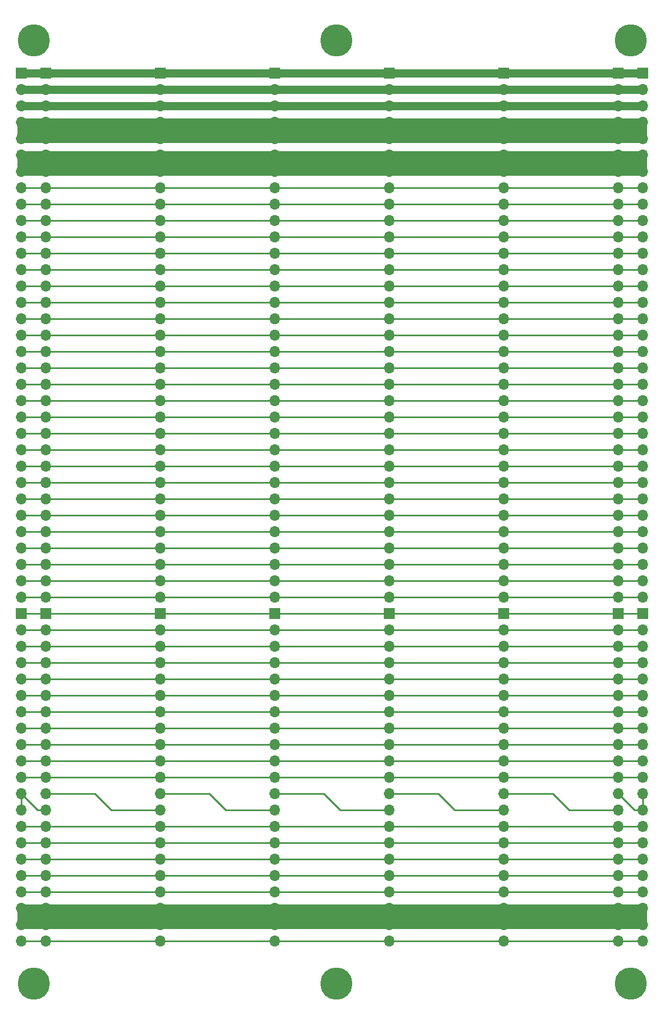
<source format=gbr>
%TF.GenerationSoftware,KiCad,Pcbnew,6.0.2+dfsg-1*%
%TF.CreationDate,2024-07-15T20:38:21+02:00*%
%TF.ProjectId,BUS_Rebuild,4255535f-5265-4627-9569-6c642e6b6963,rev?*%
%TF.SameCoordinates,Original*%
%TF.FileFunction,Copper,L2,Bot*%
%TF.FilePolarity,Positive*%
%FSLAX46Y46*%
G04 Gerber Fmt 4.6, Leading zero omitted, Abs format (unit mm)*
G04 Created by KiCad (PCBNEW 6.0.2+dfsg-1) date 2024-07-15 20:38:21*
%MOMM*%
%LPD*%
G01*
G04 APERTURE LIST*
%TA.AperFunction,ComponentPad*%
%ADD10C,5.000000*%
%TD*%
%TA.AperFunction,ComponentPad*%
%ADD11R,1.700000X1.700000*%
%TD*%
%TA.AperFunction,ComponentPad*%
%ADD12O,1.700000X1.700000*%
%TD*%
%TA.AperFunction,Conductor*%
%ADD13C,0.250000*%
%TD*%
G04 APERTURE END LIST*
D10*
%TO.P,REF\u002A\u002A,6*%
%TO.N,N/C*%
X29845000Y-174220000D03*
%TD*%
%TO.P,REF\u002A\u002A,5*%
%TO.N,N/C*%
X76835000Y-174220000D03*
%TD*%
%TO.P,REF\u002A\u002A,4*%
%TO.N,N/C*%
X122555000Y-174220000D03*
%TD*%
%TO.P,REF\u002A\u002A,3*%
%TO.N,N/C*%
X29845000Y-27940000D03*
%TD*%
%TO.P,REF\u002A\u002A,2*%
%TO.N,N/C*%
X76835000Y-27940000D03*
%TD*%
%TO.P,REF\u002A\u002A,1*%
%TO.N,N/C*%
X122555000Y-27940000D03*
%TD*%
D11*
%TO.P,J4_A1,1,Pin_1*%
%TO.N,-5V*%
X67310000Y-33020000D03*
D12*
%TO.P,J4_A1,2,Pin_2*%
%TO.N,+12V*%
X67310000Y-35560000D03*
%TO.P,J4_A1,3,Pin_3*%
%TO.N,-12V*%
X67310000Y-38100000D03*
%TO.P,J4_A1,4,Pin_4*%
%TO.N,+5V*%
X67310000Y-40640000D03*
%TO.P,J4_A1,5,Pin_5*%
X67310000Y-43180000D03*
%TO.P,J4_A1,6,Pin_6*%
%TO.N,GND*%
X67310000Y-45720000D03*
%TO.P,J4_A1,7,Pin_7*%
X67310000Y-48260000D03*
%TO.P,J4_A1,8,Pin_8*%
%TO.N,/D0*%
X67310000Y-50800000D03*
%TO.P,J4_A1,9,Pin_9*%
%TO.N,/D1*%
X67310000Y-53340000D03*
%TO.P,J4_A1,10,Pin_10*%
%TO.N,/D2*%
X67310000Y-55880000D03*
%TO.P,J4_A1,11,Pin_11*%
%TO.N,/D3*%
X67310000Y-58420000D03*
%TO.P,J4_A1,12,Pin_12*%
%TO.N,/D4*%
X67310000Y-60960000D03*
%TO.P,J4_A1,13,Pin_13*%
%TO.N,/D5*%
X67310000Y-63500000D03*
%TO.P,J4_A1,14,Pin_14*%
%TO.N,/D6*%
X67310000Y-66040000D03*
%TO.P,J4_A1,15,Pin_15*%
%TO.N,/D7*%
X67310000Y-68580000D03*
%TO.P,J4_A1,16,Pin_16*%
%TO.N,/~{RD}*%
X67310000Y-71120000D03*
%TO.P,J4_A1,17,Pin_17*%
%TO.N,/~{WR}*%
X67310000Y-73660000D03*
%TO.P,J4_A1,18,Pin_18*%
%TO.N,/~{IORQ}*%
X67310000Y-76200000D03*
%TO.P,J4_A1,19,Pin_19*%
%TO.N,/~{MREQ}*%
X67310000Y-78740000D03*
%TO.P,J4_A1,20,Pin_20*%
%TO.N,/A0*%
X67310000Y-81280000D03*
%TO.P,J4_A1,21,Pin_21*%
%TO.N,/A1*%
X67310000Y-83820000D03*
%TO.P,J4_A1,22,Pin_22*%
%TO.N,/A2*%
X67310000Y-86360000D03*
%TO.P,J4_A1,23,Pin_23*%
%TO.N,/A3*%
X67310000Y-88900000D03*
%TO.P,J4_A1,24,Pin_24*%
%TO.N,/A4*%
X67310000Y-91440000D03*
%TO.P,J4_A1,25,Pin_25*%
%TO.N,/A5*%
X67310000Y-93980000D03*
%TO.P,J4_A1,26,Pin_26*%
%TO.N,/A6*%
X67310000Y-96520000D03*
%TO.P,J4_A1,27,Pin_27*%
%TO.N,/A7*%
X67310000Y-99060000D03*
%TO.P,J4_A1,28,Pin_28*%
%TO.N,/~{RESET}*%
X67310000Y-101600000D03*
%TO.P,J4_A1,29,Pin_29*%
%TO.N,/~{M1}*%
X67310000Y-104140000D03*
%TO.P,J4_A1,30,Pin_30*%
%TO.N,/~{PHI}*%
X67310000Y-106680000D03*
%TO.P,J4_A1,31,Pin_31*%
%TO.N,/~{RFSH}*%
X67310000Y-109220000D03*
%TO.P,J4_A1,32,Pin_32*%
%TO.N,/~{INT}*%
X67310000Y-111760000D03*
%TO.P,J4_A1,33,Pin_33*%
%TO.N,/~{WAIT}*%
X67310000Y-114300000D03*
%TD*%
D11*
%TO.P,J8_A1,1,Pin_1*%
%TO.N,-5V*%
X124460000Y-33020000D03*
D12*
%TO.P,J8_A1,2,Pin_2*%
%TO.N,+12V*%
X124460000Y-35560000D03*
%TO.P,J8_A1,3,Pin_3*%
%TO.N,-12V*%
X124460000Y-38100000D03*
%TO.P,J8_A1,4,Pin_4*%
%TO.N,+5V*%
X124460000Y-40640000D03*
%TO.P,J8_A1,5,Pin_5*%
X124460000Y-43180000D03*
%TO.P,J8_A1,6,Pin_6*%
%TO.N,GND*%
X124460000Y-45720000D03*
%TO.P,J8_A1,7,Pin_7*%
X124460000Y-48260000D03*
%TO.P,J8_A1,8,Pin_8*%
%TO.N,/D0*%
X124460000Y-50800000D03*
%TO.P,J8_A1,9,Pin_9*%
%TO.N,/D1*%
X124460000Y-53340000D03*
%TO.P,J8_A1,10,Pin_10*%
%TO.N,/D2*%
X124460000Y-55880000D03*
%TO.P,J8_A1,11,Pin_11*%
%TO.N,/D3*%
X124460000Y-58420000D03*
%TO.P,J8_A1,12,Pin_12*%
%TO.N,/D4*%
X124460000Y-60960000D03*
%TO.P,J8_A1,13,Pin_13*%
%TO.N,/D5*%
X124460000Y-63500000D03*
%TO.P,J8_A1,14,Pin_14*%
%TO.N,/D6*%
X124460000Y-66040000D03*
%TO.P,J8_A1,15,Pin_15*%
%TO.N,/D7*%
X124460000Y-68580000D03*
%TO.P,J8_A1,16,Pin_16*%
%TO.N,/~{RD}*%
X124460000Y-71120000D03*
%TO.P,J8_A1,17,Pin_17*%
%TO.N,/~{WR}*%
X124460000Y-73660000D03*
%TO.P,J8_A1,18,Pin_18*%
%TO.N,/~{IORQ}*%
X124460000Y-76200000D03*
%TO.P,J8_A1,19,Pin_19*%
%TO.N,/~{MREQ}*%
X124460000Y-78740000D03*
%TO.P,J8_A1,20,Pin_20*%
%TO.N,/A0*%
X124460000Y-81280000D03*
%TO.P,J8_A1,21,Pin_21*%
%TO.N,/A1*%
X124460000Y-83820000D03*
%TO.P,J8_A1,22,Pin_22*%
%TO.N,/A2*%
X124460000Y-86360000D03*
%TO.P,J8_A1,23,Pin_23*%
%TO.N,/A3*%
X124460000Y-88900000D03*
%TO.P,J8_A1,24,Pin_24*%
%TO.N,/A4*%
X124460000Y-91440000D03*
%TO.P,J8_A1,25,Pin_25*%
%TO.N,/A5*%
X124460000Y-93980000D03*
%TO.P,J8_A1,26,Pin_26*%
%TO.N,/A6*%
X124460000Y-96520000D03*
%TO.P,J8_A1,27,Pin_27*%
%TO.N,/A7*%
X124460000Y-99060000D03*
%TO.P,J8_A1,28,Pin_28*%
%TO.N,/~{RESET}*%
X124460000Y-101600000D03*
%TO.P,J8_A1,29,Pin_29*%
%TO.N,/~{M1}*%
X124460000Y-104140000D03*
%TO.P,J8_A1,30,Pin_30*%
%TO.N,/~{PHI}*%
X124460000Y-106680000D03*
%TO.P,J8_A1,31,Pin_31*%
%TO.N,/~{RFSH}*%
X124460000Y-109220000D03*
%TO.P,J8_A1,32,Pin_32*%
%TO.N,/~{INT}*%
X124460000Y-111760000D03*
%TO.P,J8_A1,33,Pin_33*%
%TO.N,/~{WAIT}*%
X124460000Y-114300000D03*
%TD*%
D11*
%TO.P,J2_A1,1,Pin_1*%
%TO.N,-5V*%
X31750000Y-33020000D03*
D12*
%TO.P,J2_A1,2,Pin_2*%
%TO.N,+12V*%
X31750000Y-35560000D03*
%TO.P,J2_A1,3,Pin_3*%
%TO.N,-12V*%
X31750000Y-38100000D03*
%TO.P,J2_A1,4,Pin_4*%
%TO.N,+5V*%
X31750000Y-40640000D03*
%TO.P,J2_A1,5,Pin_5*%
X31750000Y-43180000D03*
%TO.P,J2_A1,6,Pin_6*%
%TO.N,GND*%
X31750000Y-45720000D03*
%TO.P,J2_A1,7,Pin_7*%
X31750000Y-48260000D03*
%TO.P,J2_A1,8,Pin_8*%
%TO.N,/D0*%
X31750000Y-50800000D03*
%TO.P,J2_A1,9,Pin_9*%
%TO.N,/D1*%
X31750000Y-53340000D03*
%TO.P,J2_A1,10,Pin_10*%
%TO.N,/D2*%
X31750000Y-55880000D03*
%TO.P,J2_A1,11,Pin_11*%
%TO.N,/D3*%
X31750000Y-58420000D03*
%TO.P,J2_A1,12,Pin_12*%
%TO.N,/D4*%
X31750000Y-60960000D03*
%TO.P,J2_A1,13,Pin_13*%
%TO.N,/D5*%
X31750000Y-63500000D03*
%TO.P,J2_A1,14,Pin_14*%
%TO.N,/D6*%
X31750000Y-66040000D03*
%TO.P,J2_A1,15,Pin_15*%
%TO.N,/D7*%
X31750000Y-68580000D03*
%TO.P,J2_A1,16,Pin_16*%
%TO.N,/~{RD}*%
X31750000Y-71120000D03*
%TO.P,J2_A1,17,Pin_17*%
%TO.N,/~{WR}*%
X31750000Y-73660000D03*
%TO.P,J2_A1,18,Pin_18*%
%TO.N,/~{IORQ}*%
X31750000Y-76200000D03*
%TO.P,J2_A1,19,Pin_19*%
%TO.N,/~{MREQ}*%
X31750000Y-78740000D03*
%TO.P,J2_A1,20,Pin_20*%
%TO.N,/A0*%
X31750000Y-81280000D03*
%TO.P,J2_A1,21,Pin_21*%
%TO.N,/A1*%
X31750000Y-83820000D03*
%TO.P,J2_A1,22,Pin_22*%
%TO.N,/A2*%
X31750000Y-86360000D03*
%TO.P,J2_A1,23,Pin_23*%
%TO.N,/A3*%
X31750000Y-88900000D03*
%TO.P,J2_A1,24,Pin_24*%
%TO.N,/A4*%
X31750000Y-91440000D03*
%TO.P,J2_A1,25,Pin_25*%
%TO.N,/A5*%
X31750000Y-93980000D03*
%TO.P,J2_A1,26,Pin_26*%
%TO.N,/A6*%
X31750000Y-96520000D03*
%TO.P,J2_A1,27,Pin_27*%
%TO.N,/A7*%
X31750000Y-99060000D03*
%TO.P,J2_A1,28,Pin_28*%
%TO.N,/~{RESET}*%
X31750000Y-101600000D03*
%TO.P,J2_A1,29,Pin_29*%
%TO.N,/~{M1}*%
X31750000Y-104140000D03*
%TO.P,J2_A1,30,Pin_30*%
%TO.N,/~{PHI}*%
X31750000Y-106680000D03*
%TO.P,J2_A1,31,Pin_31*%
%TO.N,/~{RFSH}*%
X31750000Y-109220000D03*
%TO.P,J2_A1,32,Pin_32*%
%TO.N,/~{INT}*%
X31750000Y-111760000D03*
%TO.P,J2_A1,33,Pin_33*%
%TO.N,/~{WAIT}*%
X31750000Y-114300000D03*
%TD*%
D11*
%TO.P,J6_B1,1,Pin_1*%
%TO.N,/A8*%
X102870000Y-116840000D03*
D12*
%TO.P,J6_B1,2,Pin_2*%
%TO.N,/A9*%
X102870000Y-119380000D03*
%TO.P,J6_B1,3,Pin_3*%
%TO.N,/A10*%
X102870000Y-121920000D03*
%TO.P,J6_B1,4,Pin_4*%
%TO.N,/A11*%
X102870000Y-124460000D03*
%TO.P,J6_B1,5,Pin_5*%
%TO.N,/A12*%
X102870000Y-127000000D03*
%TO.P,J6_B1,6,Pin_6*%
%TO.N,/A13*%
X102870000Y-129540000D03*
%TO.P,J6_B1,7,Pin_7*%
%TO.N,/A14*%
X102870000Y-132080000D03*
%TO.P,J6_B1,8,Pin_8*%
%TO.N,/A15*%
X102870000Y-134620000D03*
%TO.P,J6_B1,9,Pin_9*%
%TO.N,/BANKEN*%
X102870000Y-137160000D03*
%TO.P,J6_B1,10,Pin_10*%
%TO.N,/~{BUSRQ}*%
X102870000Y-139700000D03*
%TO.P,J6_B1,11,Pin_11*%
%TO.N,/~{BUSAK}*%
X102870000Y-142240000D03*
%TO.P,J6_B1,12,Pin_12*%
%TO.N,/PI6*%
X102870000Y-144780000D03*
%TO.P,J6_B1,13,Pin_13*%
%TO.N,/PI5*%
X102870000Y-147320000D03*
%TO.P,J6_B1,14,Pin_14*%
%TO.N,/~{NMI}*%
X102870000Y-149860000D03*
%TO.P,J6_B1,15,Pin_15*%
%TO.N,/A16*%
X102870000Y-152400000D03*
%TO.P,J6_B1,16,Pin_16*%
%TO.N,/A17*%
X102870000Y-154940000D03*
%TO.P,J6_B1,17,Pin_17*%
%TO.N,/A18*%
X102870000Y-157480000D03*
%TO.P,J6_B1,18,Pin_18*%
%TO.N,/A19*%
X102870000Y-160020000D03*
%TO.P,J6_B1,19,Pin_19*%
%TO.N,GND*%
X102870000Y-162560000D03*
%TO.P,J6_B1,20,Pin_20*%
X102870000Y-165100000D03*
%TO.P,J6_B1,21,Pin_21*%
%TO.N,/RESERVE*%
X102870000Y-167640000D03*
%TD*%
D11*
%TO.P,J7_B1,1,Pin_1*%
%TO.N,/A8*%
X120650000Y-116840000D03*
D12*
%TO.P,J7_B1,2,Pin_2*%
%TO.N,/A9*%
X120650000Y-119380000D03*
%TO.P,J7_B1,3,Pin_3*%
%TO.N,/A10*%
X120650000Y-121920000D03*
%TO.P,J7_B1,4,Pin_4*%
%TO.N,/A11*%
X120650000Y-124460000D03*
%TO.P,J7_B1,5,Pin_5*%
%TO.N,/A12*%
X120650000Y-127000000D03*
%TO.P,J7_B1,6,Pin_6*%
%TO.N,/A13*%
X120650000Y-129540000D03*
%TO.P,J7_B1,7,Pin_7*%
%TO.N,/A14*%
X120650000Y-132080000D03*
%TO.P,J7_B1,8,Pin_8*%
%TO.N,/A15*%
X120650000Y-134620000D03*
%TO.P,J7_B1,9,Pin_9*%
%TO.N,/BANKEN*%
X120650000Y-137160000D03*
%TO.P,J7_B1,10,Pin_10*%
%TO.N,/~{BUSRQ}*%
X120650000Y-139700000D03*
%TO.P,J7_B1,11,Pin_11*%
%TO.N,/~{BUSAK}*%
X120650000Y-142240000D03*
%TO.P,J7_B1,12,Pin_12*%
%TO.N,/PI7*%
X120650000Y-144780000D03*
%TO.P,J7_B1,13,Pin_13*%
%TO.N,/PI6*%
X120650000Y-147320000D03*
%TO.P,J7_B1,14,Pin_14*%
%TO.N,/~{NMI}*%
X120650000Y-149860000D03*
%TO.P,J7_B1,15,Pin_15*%
%TO.N,/A16*%
X120650000Y-152400000D03*
%TO.P,J7_B1,16,Pin_16*%
%TO.N,/A17*%
X120650000Y-154940000D03*
%TO.P,J7_B1,17,Pin_17*%
%TO.N,/A18*%
X120650000Y-157480000D03*
%TO.P,J7_B1,18,Pin_18*%
%TO.N,/A19*%
X120650000Y-160020000D03*
%TO.P,J7_B1,19,Pin_19*%
%TO.N,GND*%
X120650000Y-162560000D03*
%TO.P,J7_B1,20,Pin_20*%
X120650000Y-165100000D03*
%TO.P,J7_B1,21,Pin_21*%
%TO.N,/RESERVE*%
X120650000Y-167640000D03*
%TD*%
D11*
%TO.P,J3_B1,1,Pin_1*%
%TO.N,/A8*%
X49530000Y-116840000D03*
D12*
%TO.P,J3_B1,2,Pin_2*%
%TO.N,/A9*%
X49530000Y-119380000D03*
%TO.P,J3_B1,3,Pin_3*%
%TO.N,/A10*%
X49530000Y-121920000D03*
%TO.P,J3_B1,4,Pin_4*%
%TO.N,/A11*%
X49530000Y-124460000D03*
%TO.P,J3_B1,5,Pin_5*%
%TO.N,/A12*%
X49530000Y-127000000D03*
%TO.P,J3_B1,6,Pin_6*%
%TO.N,/A13*%
X49530000Y-129540000D03*
%TO.P,J3_B1,7,Pin_7*%
%TO.N,/A14*%
X49530000Y-132080000D03*
%TO.P,J3_B1,8,Pin_8*%
%TO.N,/A15*%
X49530000Y-134620000D03*
%TO.P,J3_B1,9,Pin_9*%
%TO.N,/BANKEN*%
X49530000Y-137160000D03*
%TO.P,J3_B1,10,Pin_10*%
%TO.N,/~{BUSRQ}*%
X49530000Y-139700000D03*
%TO.P,J3_B1,11,Pin_11*%
%TO.N,/~{BUSAK}*%
X49530000Y-142240000D03*
%TO.P,J3_B1,12,Pin_12*%
%TO.N,/PI3*%
X49530000Y-144780000D03*
%TO.P,J3_B1,13,Pin_13*%
%TO.N,/PI2*%
X49530000Y-147320000D03*
%TO.P,J3_B1,14,Pin_14*%
%TO.N,/~{NMI}*%
X49530000Y-149860000D03*
%TO.P,J3_B1,15,Pin_15*%
%TO.N,/A16*%
X49530000Y-152400000D03*
%TO.P,J3_B1,16,Pin_16*%
%TO.N,/A17*%
X49530000Y-154940000D03*
%TO.P,J3_B1,17,Pin_17*%
%TO.N,/A18*%
X49530000Y-157480000D03*
%TO.P,J3_B1,18,Pin_18*%
%TO.N,/A19*%
X49530000Y-160020000D03*
%TO.P,J3_B1,19,Pin_19*%
%TO.N,GND*%
X49530000Y-162560000D03*
%TO.P,J3_B1,20,Pin_20*%
X49530000Y-165100000D03*
%TO.P,J3_B1,21,Pin_21*%
%TO.N,/RESERVE*%
X49530000Y-167640000D03*
%TD*%
D11*
%TO.P,J1_A1,1,Pin_1*%
%TO.N,-5V*%
X27940000Y-33020000D03*
D12*
%TO.P,J1_A1,2,Pin_2*%
%TO.N,+12V*%
X27940000Y-35560000D03*
%TO.P,J1_A1,3,Pin_3*%
%TO.N,-12V*%
X27940000Y-38100000D03*
%TO.P,J1_A1,4,Pin_4*%
%TO.N,+5V*%
X27940000Y-40640000D03*
%TO.P,J1_A1,5,Pin_5*%
X27940000Y-43180000D03*
%TO.P,J1_A1,6,Pin_6*%
%TO.N,GND*%
X27940000Y-45720000D03*
%TO.P,J1_A1,7,Pin_7*%
X27940000Y-48260000D03*
%TO.P,J1_A1,8,Pin_8*%
%TO.N,/D0*%
X27940000Y-50800000D03*
%TO.P,J1_A1,9,Pin_9*%
%TO.N,/D1*%
X27940000Y-53340000D03*
%TO.P,J1_A1,10,Pin_10*%
%TO.N,/D2*%
X27940000Y-55880000D03*
%TO.P,J1_A1,11,Pin_11*%
%TO.N,/D3*%
X27940000Y-58420000D03*
%TO.P,J1_A1,12,Pin_12*%
%TO.N,/D4*%
X27940000Y-60960000D03*
%TO.P,J1_A1,13,Pin_13*%
%TO.N,/D5*%
X27940000Y-63500000D03*
%TO.P,J1_A1,14,Pin_14*%
%TO.N,/D6*%
X27940000Y-66040000D03*
%TO.P,J1_A1,15,Pin_15*%
%TO.N,/D7*%
X27940000Y-68580000D03*
%TO.P,J1_A1,16,Pin_16*%
%TO.N,/~{RD}*%
X27940000Y-71120000D03*
%TO.P,J1_A1,17,Pin_17*%
%TO.N,/~{WR}*%
X27940000Y-73660000D03*
%TO.P,J1_A1,18,Pin_18*%
%TO.N,/~{IORQ}*%
X27940000Y-76200000D03*
%TO.P,J1_A1,19,Pin_19*%
%TO.N,/~{MREQ}*%
X27940000Y-78740000D03*
%TO.P,J1_A1,20,Pin_20*%
%TO.N,/A0*%
X27940000Y-81280000D03*
%TO.P,J1_A1,21,Pin_21*%
%TO.N,/A1*%
X27940000Y-83820000D03*
%TO.P,J1_A1,22,Pin_22*%
%TO.N,/A2*%
X27940000Y-86360000D03*
%TO.P,J1_A1,23,Pin_23*%
%TO.N,/A3*%
X27940000Y-88900000D03*
%TO.P,J1_A1,24,Pin_24*%
%TO.N,/A4*%
X27940000Y-91440000D03*
%TO.P,J1_A1,25,Pin_25*%
%TO.N,/A5*%
X27940000Y-93980000D03*
%TO.P,J1_A1,26,Pin_26*%
%TO.N,/A6*%
X27940000Y-96520000D03*
%TO.P,J1_A1,27,Pin_27*%
%TO.N,/A7*%
X27940000Y-99060000D03*
%TO.P,J1_A1,28,Pin_28*%
%TO.N,/~{RESET}*%
X27940000Y-101600000D03*
%TO.P,J1_A1,29,Pin_29*%
%TO.N,/~{M1}*%
X27940000Y-104140000D03*
%TO.P,J1_A1,30,Pin_30*%
%TO.N,/~{PHI}*%
X27940000Y-106680000D03*
%TO.P,J1_A1,31,Pin_31*%
%TO.N,/~{RFSH}*%
X27940000Y-109220000D03*
%TO.P,J1_A1,32,Pin_32*%
%TO.N,/~{INT}*%
X27940000Y-111760000D03*
%TO.P,J1_A1,33,Pin_33*%
%TO.N,/~{WAIT}*%
X27940000Y-114300000D03*
%TD*%
D11*
%TO.P,J1_B1,1,Pin_1*%
%TO.N,/A8*%
X27940000Y-116840000D03*
D12*
%TO.P,J1_B1,2,Pin_2*%
%TO.N,/A9*%
X27940000Y-119380000D03*
%TO.P,J1_B1,3,Pin_3*%
%TO.N,/A10*%
X27940000Y-121920000D03*
%TO.P,J1_B1,4,Pin_4*%
%TO.N,/A11*%
X27940000Y-124460000D03*
%TO.P,J1_B1,5,Pin_5*%
%TO.N,/A12*%
X27940000Y-127000000D03*
%TO.P,J1_B1,6,Pin_6*%
%TO.N,/A13*%
X27940000Y-129540000D03*
%TO.P,J1_B1,7,Pin_7*%
%TO.N,/A14*%
X27940000Y-132080000D03*
%TO.P,J1_B1,8,Pin_8*%
%TO.N,/A15*%
X27940000Y-134620000D03*
%TO.P,J1_B1,9,Pin_9*%
%TO.N,/BANKEN*%
X27940000Y-137160000D03*
%TO.P,J1_B1,10,Pin_10*%
%TO.N,/~{BUSRQ}*%
X27940000Y-139700000D03*
%TO.P,J1_B1,11,Pin_11*%
%TO.N,/~{BUSAK}*%
X27940000Y-142240000D03*
%TO.P,J1_B1,12,Pin_12*%
%TO.N,/PI1*%
X27940000Y-144780000D03*
%TO.P,J1_B1,13,Pin_13*%
X27940000Y-147320000D03*
%TO.P,J1_B1,14,Pin_14*%
%TO.N,/~{NMI}*%
X27940000Y-149860000D03*
%TO.P,J1_B1,15,Pin_15*%
%TO.N,/A16*%
X27940000Y-152400000D03*
%TO.P,J1_B1,16,Pin_16*%
%TO.N,/A17*%
X27940000Y-154940000D03*
%TO.P,J1_B1,17,Pin_17*%
%TO.N,/A18*%
X27940000Y-157480000D03*
%TO.P,J1_B1,18,Pin_18*%
%TO.N,/A19*%
X27940000Y-160020000D03*
%TO.P,J1_B1,19,Pin_19*%
%TO.N,GND*%
X27940000Y-162560000D03*
%TO.P,J1_B1,20,Pin_20*%
X27940000Y-165100000D03*
%TO.P,J1_B1,21,Pin_21*%
%TO.N,/RESERVE*%
X27940000Y-167640000D03*
%TD*%
D11*
%TO.P,J4_B1,1,Pin_1*%
%TO.N,/A8*%
X67310000Y-116840000D03*
D12*
%TO.P,J4_B1,2,Pin_2*%
%TO.N,/A9*%
X67310000Y-119380000D03*
%TO.P,J4_B1,3,Pin_3*%
%TO.N,/A10*%
X67310000Y-121920000D03*
%TO.P,J4_B1,4,Pin_4*%
%TO.N,/A11*%
X67310000Y-124460000D03*
%TO.P,J4_B1,5,Pin_5*%
%TO.N,/A12*%
X67310000Y-127000000D03*
%TO.P,J4_B1,6,Pin_6*%
%TO.N,/A13*%
X67310000Y-129540000D03*
%TO.P,J4_B1,7,Pin_7*%
%TO.N,/A14*%
X67310000Y-132080000D03*
%TO.P,J4_B1,8,Pin_8*%
%TO.N,/A15*%
X67310000Y-134620000D03*
%TO.P,J4_B1,9,Pin_9*%
%TO.N,/BANKEN*%
X67310000Y-137160000D03*
%TO.P,J4_B1,10,Pin_10*%
%TO.N,/~{BUSRQ}*%
X67310000Y-139700000D03*
%TO.P,J4_B1,11,Pin_11*%
%TO.N,/~{BUSAK}*%
X67310000Y-142240000D03*
%TO.P,J4_B1,12,Pin_12*%
%TO.N,/PI4*%
X67310000Y-144780000D03*
%TO.P,J4_B1,13,Pin_13*%
%TO.N,/PI3*%
X67310000Y-147320000D03*
%TO.P,J4_B1,14,Pin_14*%
%TO.N,/~{NMI}*%
X67310000Y-149860000D03*
%TO.P,J4_B1,15,Pin_15*%
%TO.N,/A16*%
X67310000Y-152400000D03*
%TO.P,J4_B1,16,Pin_16*%
%TO.N,/A17*%
X67310000Y-154940000D03*
%TO.P,J4_B1,17,Pin_17*%
%TO.N,/A18*%
X67310000Y-157480000D03*
%TO.P,J4_B1,18,Pin_18*%
%TO.N,/A19*%
X67310000Y-160020000D03*
%TO.P,J4_B1,19,Pin_19*%
%TO.N,GND*%
X67310000Y-162560000D03*
%TO.P,J4_B1,20,Pin_20*%
X67310000Y-165100000D03*
%TO.P,J4_B1,21,Pin_21*%
%TO.N,/RESERVE*%
X67310000Y-167640000D03*
%TD*%
D11*
%TO.P,J2_B1,1,Pin_1*%
%TO.N,/A8*%
X31750000Y-116840000D03*
D12*
%TO.P,J2_B1,2,Pin_2*%
%TO.N,/A9*%
X31750000Y-119380000D03*
%TO.P,J2_B1,3,Pin_3*%
%TO.N,/A10*%
X31750000Y-121920000D03*
%TO.P,J2_B1,4,Pin_4*%
%TO.N,/A11*%
X31750000Y-124460000D03*
%TO.P,J2_B1,5,Pin_5*%
%TO.N,/A12*%
X31750000Y-127000000D03*
%TO.P,J2_B1,6,Pin_6*%
%TO.N,/A13*%
X31750000Y-129540000D03*
%TO.P,J2_B1,7,Pin_7*%
%TO.N,/A14*%
X31750000Y-132080000D03*
%TO.P,J2_B1,8,Pin_8*%
%TO.N,/A15*%
X31750000Y-134620000D03*
%TO.P,J2_B1,9,Pin_9*%
%TO.N,/BANKEN*%
X31750000Y-137160000D03*
%TO.P,J2_B1,10,Pin_10*%
%TO.N,/~{BUSRQ}*%
X31750000Y-139700000D03*
%TO.P,J2_B1,11,Pin_11*%
%TO.N,/~{BUSAK}*%
X31750000Y-142240000D03*
%TO.P,J2_B1,12,Pin_12*%
%TO.N,/PI2*%
X31750000Y-144780000D03*
%TO.P,J2_B1,13,Pin_13*%
%TO.N,/PI1*%
X31750000Y-147320000D03*
%TO.P,J2_B1,14,Pin_14*%
%TO.N,/~{NMI}*%
X31750000Y-149860000D03*
%TO.P,J2_B1,15,Pin_15*%
%TO.N,/A16*%
X31750000Y-152400000D03*
%TO.P,J2_B1,16,Pin_16*%
%TO.N,/A17*%
X31750000Y-154940000D03*
%TO.P,J2_B1,17,Pin_17*%
%TO.N,/A18*%
X31750000Y-157480000D03*
%TO.P,J2_B1,18,Pin_18*%
%TO.N,/A19*%
X31750000Y-160020000D03*
%TO.P,J2_B1,19,Pin_19*%
%TO.N,GND*%
X31750000Y-162560000D03*
%TO.P,J2_B1,20,Pin_20*%
X31750000Y-165100000D03*
%TO.P,J2_B1,21,Pin_21*%
%TO.N,/RESERVE*%
X31750000Y-167640000D03*
%TD*%
D11*
%TO.P,J3_A1,1,Pin_1*%
%TO.N,-5V*%
X49530000Y-33020000D03*
D12*
%TO.P,J3_A1,2,Pin_2*%
%TO.N,+12V*%
X49530000Y-35560000D03*
%TO.P,J3_A1,3,Pin_3*%
%TO.N,-12V*%
X49530000Y-38100000D03*
%TO.P,J3_A1,4,Pin_4*%
%TO.N,+5V*%
X49530000Y-40640000D03*
%TO.P,J3_A1,5,Pin_5*%
X49530000Y-43180000D03*
%TO.P,J3_A1,6,Pin_6*%
%TO.N,GND*%
X49530000Y-45720000D03*
%TO.P,J3_A1,7,Pin_7*%
X49530000Y-48260000D03*
%TO.P,J3_A1,8,Pin_8*%
%TO.N,/D0*%
X49530000Y-50800000D03*
%TO.P,J3_A1,9,Pin_9*%
%TO.N,/D1*%
X49530000Y-53340000D03*
%TO.P,J3_A1,10,Pin_10*%
%TO.N,/D2*%
X49530000Y-55880000D03*
%TO.P,J3_A1,11,Pin_11*%
%TO.N,/D3*%
X49530000Y-58420000D03*
%TO.P,J3_A1,12,Pin_12*%
%TO.N,/D4*%
X49530000Y-60960000D03*
%TO.P,J3_A1,13,Pin_13*%
%TO.N,/D5*%
X49530000Y-63500000D03*
%TO.P,J3_A1,14,Pin_14*%
%TO.N,/D6*%
X49530000Y-66040000D03*
%TO.P,J3_A1,15,Pin_15*%
%TO.N,/D7*%
X49530000Y-68580000D03*
%TO.P,J3_A1,16,Pin_16*%
%TO.N,/~{RD}*%
X49530000Y-71120000D03*
%TO.P,J3_A1,17,Pin_17*%
%TO.N,/~{WR}*%
X49530000Y-73660000D03*
%TO.P,J3_A1,18,Pin_18*%
%TO.N,/~{IORQ}*%
X49530000Y-76200000D03*
%TO.P,J3_A1,19,Pin_19*%
%TO.N,/~{MREQ}*%
X49530000Y-78740000D03*
%TO.P,J3_A1,20,Pin_20*%
%TO.N,/A0*%
X49530000Y-81280000D03*
%TO.P,J3_A1,21,Pin_21*%
%TO.N,/A1*%
X49530000Y-83820000D03*
%TO.P,J3_A1,22,Pin_22*%
%TO.N,/A2*%
X49530000Y-86360000D03*
%TO.P,J3_A1,23,Pin_23*%
%TO.N,/A3*%
X49530000Y-88900000D03*
%TO.P,J3_A1,24,Pin_24*%
%TO.N,/A4*%
X49530000Y-91440000D03*
%TO.P,J3_A1,25,Pin_25*%
%TO.N,/A5*%
X49530000Y-93980000D03*
%TO.P,J3_A1,26,Pin_26*%
%TO.N,/A6*%
X49530000Y-96520000D03*
%TO.P,J3_A1,27,Pin_27*%
%TO.N,/A7*%
X49530000Y-99060000D03*
%TO.P,J3_A1,28,Pin_28*%
%TO.N,/~{RESET}*%
X49530000Y-101600000D03*
%TO.P,J3_A1,29,Pin_29*%
%TO.N,/~{M1}*%
X49530000Y-104140000D03*
%TO.P,J3_A1,30,Pin_30*%
%TO.N,/~{PHI}*%
X49530000Y-106680000D03*
%TO.P,J3_A1,31,Pin_31*%
%TO.N,/~{RFSH}*%
X49530000Y-109220000D03*
%TO.P,J3_A1,32,Pin_32*%
%TO.N,/~{INT}*%
X49530000Y-111760000D03*
%TO.P,J3_A1,33,Pin_33*%
%TO.N,/~{WAIT}*%
X49530000Y-114300000D03*
%TD*%
D11*
%TO.P,J5_A1,1,Pin_1*%
%TO.N,-5V*%
X85090000Y-33020000D03*
D12*
%TO.P,J5_A1,2,Pin_2*%
%TO.N,+12V*%
X85090000Y-35560000D03*
%TO.P,J5_A1,3,Pin_3*%
%TO.N,-12V*%
X85090000Y-38100000D03*
%TO.P,J5_A1,4,Pin_4*%
%TO.N,+5V*%
X85090000Y-40640000D03*
%TO.P,J5_A1,5,Pin_5*%
X85090000Y-43180000D03*
%TO.P,J5_A1,6,Pin_6*%
%TO.N,GND*%
X85090000Y-45720000D03*
%TO.P,J5_A1,7,Pin_7*%
X85090000Y-48260000D03*
%TO.P,J5_A1,8,Pin_8*%
%TO.N,/D0*%
X85090000Y-50800000D03*
%TO.P,J5_A1,9,Pin_9*%
%TO.N,/D1*%
X85090000Y-53340000D03*
%TO.P,J5_A1,10,Pin_10*%
%TO.N,/D2*%
X85090000Y-55880000D03*
%TO.P,J5_A1,11,Pin_11*%
%TO.N,/D3*%
X85090000Y-58420000D03*
%TO.P,J5_A1,12,Pin_12*%
%TO.N,/D4*%
X85090000Y-60960000D03*
%TO.P,J5_A1,13,Pin_13*%
%TO.N,/D5*%
X85090000Y-63500000D03*
%TO.P,J5_A1,14,Pin_14*%
%TO.N,/D6*%
X85090000Y-66040000D03*
%TO.P,J5_A1,15,Pin_15*%
%TO.N,/D7*%
X85090000Y-68580000D03*
%TO.P,J5_A1,16,Pin_16*%
%TO.N,/~{RD}*%
X85090000Y-71120000D03*
%TO.P,J5_A1,17,Pin_17*%
%TO.N,/~{WR}*%
X85090000Y-73660000D03*
%TO.P,J5_A1,18,Pin_18*%
%TO.N,/~{IORQ}*%
X85090000Y-76200000D03*
%TO.P,J5_A1,19,Pin_19*%
%TO.N,/~{MREQ}*%
X85090000Y-78740000D03*
%TO.P,J5_A1,20,Pin_20*%
%TO.N,/A0*%
X85090000Y-81280000D03*
%TO.P,J5_A1,21,Pin_21*%
%TO.N,/A1*%
X85090000Y-83820000D03*
%TO.P,J5_A1,22,Pin_22*%
%TO.N,/A2*%
X85090000Y-86360000D03*
%TO.P,J5_A1,23,Pin_23*%
%TO.N,/A3*%
X85090000Y-88900000D03*
%TO.P,J5_A1,24,Pin_24*%
%TO.N,/A4*%
X85090000Y-91440000D03*
%TO.P,J5_A1,25,Pin_25*%
%TO.N,/A5*%
X85090000Y-93980000D03*
%TO.P,J5_A1,26,Pin_26*%
%TO.N,/A6*%
X85090000Y-96520000D03*
%TO.P,J5_A1,27,Pin_27*%
%TO.N,/A7*%
X85090000Y-99060000D03*
%TO.P,J5_A1,28,Pin_28*%
%TO.N,/~{RESET}*%
X85090000Y-101600000D03*
%TO.P,J5_A1,29,Pin_29*%
%TO.N,/~{M1}*%
X85090000Y-104140000D03*
%TO.P,J5_A1,30,Pin_30*%
%TO.N,/~{PHI}*%
X85090000Y-106680000D03*
%TO.P,J5_A1,31,Pin_31*%
%TO.N,/~{RFSH}*%
X85090000Y-109220000D03*
%TO.P,J5_A1,32,Pin_32*%
%TO.N,/~{INT}*%
X85090000Y-111760000D03*
%TO.P,J5_A1,33,Pin_33*%
%TO.N,/~{WAIT}*%
X85090000Y-114300000D03*
%TD*%
D11*
%TO.P,J7_A1,1,Pin_1*%
%TO.N,-5V*%
X120650000Y-33020000D03*
D12*
%TO.P,J7_A1,2,Pin_2*%
%TO.N,+12V*%
X120650000Y-35560000D03*
%TO.P,J7_A1,3,Pin_3*%
%TO.N,-12V*%
X120650000Y-38100000D03*
%TO.P,J7_A1,4,Pin_4*%
%TO.N,+5V*%
X120650000Y-40640000D03*
%TO.P,J7_A1,5,Pin_5*%
X120650000Y-43180000D03*
%TO.P,J7_A1,6,Pin_6*%
%TO.N,GND*%
X120650000Y-45720000D03*
%TO.P,J7_A1,7,Pin_7*%
X120650000Y-48260000D03*
%TO.P,J7_A1,8,Pin_8*%
%TO.N,/D0*%
X120650000Y-50800000D03*
%TO.P,J7_A1,9,Pin_9*%
%TO.N,/D1*%
X120650000Y-53340000D03*
%TO.P,J7_A1,10,Pin_10*%
%TO.N,/D2*%
X120650000Y-55880000D03*
%TO.P,J7_A1,11,Pin_11*%
%TO.N,/D3*%
X120650000Y-58420000D03*
%TO.P,J7_A1,12,Pin_12*%
%TO.N,/D4*%
X120650000Y-60960000D03*
%TO.P,J7_A1,13,Pin_13*%
%TO.N,/D5*%
X120650000Y-63500000D03*
%TO.P,J7_A1,14,Pin_14*%
%TO.N,/D6*%
X120650000Y-66040000D03*
%TO.P,J7_A1,15,Pin_15*%
%TO.N,/D7*%
X120650000Y-68580000D03*
%TO.P,J7_A1,16,Pin_16*%
%TO.N,/~{RD}*%
X120650000Y-71120000D03*
%TO.P,J7_A1,17,Pin_17*%
%TO.N,/~{WR}*%
X120650000Y-73660000D03*
%TO.P,J7_A1,18,Pin_18*%
%TO.N,/~{IORQ}*%
X120650000Y-76200000D03*
%TO.P,J7_A1,19,Pin_19*%
%TO.N,/~{MREQ}*%
X120650000Y-78740000D03*
%TO.P,J7_A1,20,Pin_20*%
%TO.N,/A0*%
X120650000Y-81280000D03*
%TO.P,J7_A1,21,Pin_21*%
%TO.N,/A1*%
X120650000Y-83820000D03*
%TO.P,J7_A1,22,Pin_22*%
%TO.N,/A2*%
X120650000Y-86360000D03*
%TO.P,J7_A1,23,Pin_23*%
%TO.N,/A3*%
X120650000Y-88900000D03*
%TO.P,J7_A1,24,Pin_24*%
%TO.N,/A4*%
X120650000Y-91440000D03*
%TO.P,J7_A1,25,Pin_25*%
%TO.N,/A5*%
X120650000Y-93980000D03*
%TO.P,J7_A1,26,Pin_26*%
%TO.N,/A6*%
X120650000Y-96520000D03*
%TO.P,J7_A1,27,Pin_27*%
%TO.N,/A7*%
X120650000Y-99060000D03*
%TO.P,J7_A1,28,Pin_28*%
%TO.N,/~{RESET}*%
X120650000Y-101600000D03*
%TO.P,J7_A1,29,Pin_29*%
%TO.N,/~{M1}*%
X120650000Y-104140000D03*
%TO.P,J7_A1,30,Pin_30*%
%TO.N,/~{PHI}*%
X120650000Y-106680000D03*
%TO.P,J7_A1,31,Pin_31*%
%TO.N,/~{RFSH}*%
X120650000Y-109220000D03*
%TO.P,J7_A1,32,Pin_32*%
%TO.N,/~{INT}*%
X120650000Y-111760000D03*
%TO.P,J7_A1,33,Pin_33*%
%TO.N,/~{WAIT}*%
X120650000Y-114300000D03*
%TD*%
D11*
%TO.P,J5_B1,1,Pin_1*%
%TO.N,/A8*%
X85090000Y-116840000D03*
D12*
%TO.P,J5_B1,2,Pin_2*%
%TO.N,/A9*%
X85090000Y-119380000D03*
%TO.P,J5_B1,3,Pin_3*%
%TO.N,/A10*%
X85090000Y-121920000D03*
%TO.P,J5_B1,4,Pin_4*%
%TO.N,/A11*%
X85090000Y-124460000D03*
%TO.P,J5_B1,5,Pin_5*%
%TO.N,/A12*%
X85090000Y-127000000D03*
%TO.P,J5_B1,6,Pin_6*%
%TO.N,/A13*%
X85090000Y-129540000D03*
%TO.P,J5_B1,7,Pin_7*%
%TO.N,/A14*%
X85090000Y-132080000D03*
%TO.P,J5_B1,8,Pin_8*%
%TO.N,/A15*%
X85090000Y-134620000D03*
%TO.P,J5_B1,9,Pin_9*%
%TO.N,/BANKEN*%
X85090000Y-137160000D03*
%TO.P,J5_B1,10,Pin_10*%
%TO.N,/~{BUSRQ}*%
X85090000Y-139700000D03*
%TO.P,J5_B1,11,Pin_11*%
%TO.N,/~{BUSAK}*%
X85090000Y-142240000D03*
%TO.P,J5_B1,12,Pin_12*%
%TO.N,/PI5*%
X85090000Y-144780000D03*
%TO.P,J5_B1,13,Pin_13*%
%TO.N,/PI4*%
X85090000Y-147320000D03*
%TO.P,J5_B1,14,Pin_14*%
%TO.N,/~{NMI}*%
X85090000Y-149860000D03*
%TO.P,J5_B1,15,Pin_15*%
%TO.N,/A16*%
X85090000Y-152400000D03*
%TO.P,J5_B1,16,Pin_16*%
%TO.N,/A17*%
X85090000Y-154940000D03*
%TO.P,J5_B1,17,Pin_17*%
%TO.N,/A18*%
X85090000Y-157480000D03*
%TO.P,J5_B1,18,Pin_18*%
%TO.N,/A19*%
X85090000Y-160020000D03*
%TO.P,J5_B1,19,Pin_19*%
%TO.N,GND*%
X85090000Y-162560000D03*
%TO.P,J5_B1,20,Pin_20*%
X85090000Y-165100000D03*
%TO.P,J5_B1,21,Pin_21*%
%TO.N,/RESERVE*%
X85090000Y-167640000D03*
%TD*%
D11*
%TO.P,J8_B1,1,Pin_1*%
%TO.N,/A8*%
X124460000Y-116840000D03*
D12*
%TO.P,J8_B1,2,Pin_2*%
%TO.N,/A9*%
X124460000Y-119380000D03*
%TO.P,J8_B1,3,Pin_3*%
%TO.N,/A10*%
X124460000Y-121920000D03*
%TO.P,J8_B1,4,Pin_4*%
%TO.N,/A11*%
X124460000Y-124460000D03*
%TO.P,J8_B1,5,Pin_5*%
%TO.N,/A12*%
X124460000Y-127000000D03*
%TO.P,J8_B1,6,Pin_6*%
%TO.N,/A13*%
X124460000Y-129540000D03*
%TO.P,J8_B1,7,Pin_7*%
%TO.N,/A14*%
X124460000Y-132080000D03*
%TO.P,J8_B1,8,Pin_8*%
%TO.N,/A15*%
X124460000Y-134620000D03*
%TO.P,J8_B1,9,Pin_9*%
%TO.N,/BANKEN*%
X124460000Y-137160000D03*
%TO.P,J8_B1,10,Pin_10*%
%TO.N,/~{BUSRQ}*%
X124460000Y-139700000D03*
%TO.P,J8_B1,11,Pin_11*%
%TO.N,/~{BUSAK}*%
X124460000Y-142240000D03*
%TO.P,J8_B1,12,Pin_12*%
%TO.N,/PI7*%
X124460000Y-144780000D03*
%TO.P,J8_B1,13,Pin_13*%
X124460000Y-147320000D03*
%TO.P,J8_B1,14,Pin_14*%
%TO.N,/~{NMI}*%
X124460000Y-149860000D03*
%TO.P,J8_B1,15,Pin_15*%
%TO.N,/A16*%
X124460000Y-152400000D03*
%TO.P,J8_B1,16,Pin_16*%
%TO.N,/A17*%
X124460000Y-154940000D03*
%TO.P,J8_B1,17,Pin_17*%
%TO.N,/A18*%
X124460000Y-157480000D03*
%TO.P,J8_B1,18,Pin_18*%
%TO.N,/A19*%
X124460000Y-160020000D03*
%TO.P,J8_B1,19,Pin_19*%
%TO.N,GND*%
X124460000Y-162560000D03*
%TO.P,J8_B1,20,Pin_20*%
X124460000Y-165100000D03*
%TO.P,J8_B1,21,Pin_21*%
%TO.N,/RESERVE*%
X124460000Y-167640000D03*
%TD*%
D11*
%TO.P,J6_A1,1,Pin_1*%
%TO.N,-5V*%
X102870000Y-33020000D03*
D12*
%TO.P,J6_A1,2,Pin_2*%
%TO.N,+12V*%
X102870000Y-35560000D03*
%TO.P,J6_A1,3,Pin_3*%
%TO.N,-12V*%
X102870000Y-38100000D03*
%TO.P,J6_A1,4,Pin_4*%
%TO.N,+5V*%
X102870000Y-40640000D03*
%TO.P,J6_A1,5,Pin_5*%
X102870000Y-43180000D03*
%TO.P,J6_A1,6,Pin_6*%
%TO.N,GND*%
X102870000Y-45720000D03*
%TO.P,J6_A1,7,Pin_7*%
X102870000Y-48260000D03*
%TO.P,J6_A1,8,Pin_8*%
%TO.N,/D0*%
X102870000Y-50800000D03*
%TO.P,J6_A1,9,Pin_9*%
%TO.N,/D1*%
X102870000Y-53340000D03*
%TO.P,J6_A1,10,Pin_10*%
%TO.N,/D2*%
X102870000Y-55880000D03*
%TO.P,J6_A1,11,Pin_11*%
%TO.N,/D3*%
X102870000Y-58420000D03*
%TO.P,J6_A1,12,Pin_12*%
%TO.N,/D4*%
X102870000Y-60960000D03*
%TO.P,J6_A1,13,Pin_13*%
%TO.N,/D5*%
X102870000Y-63500000D03*
%TO.P,J6_A1,14,Pin_14*%
%TO.N,/D6*%
X102870000Y-66040000D03*
%TO.P,J6_A1,15,Pin_15*%
%TO.N,/D7*%
X102870000Y-68580000D03*
%TO.P,J6_A1,16,Pin_16*%
%TO.N,/~{RD}*%
X102870000Y-71120000D03*
%TO.P,J6_A1,17,Pin_17*%
%TO.N,/~{WR}*%
X102870000Y-73660000D03*
%TO.P,J6_A1,18,Pin_18*%
%TO.N,/~{IORQ}*%
X102870000Y-76200000D03*
%TO.P,J6_A1,19,Pin_19*%
%TO.N,/~{MREQ}*%
X102870000Y-78740000D03*
%TO.P,J6_A1,20,Pin_20*%
%TO.N,/A0*%
X102870000Y-81280000D03*
%TO.P,J6_A1,21,Pin_21*%
%TO.N,/A1*%
X102870000Y-83820000D03*
%TO.P,J6_A1,22,Pin_22*%
%TO.N,/A2*%
X102870000Y-86360000D03*
%TO.P,J6_A1,23,Pin_23*%
%TO.N,/A3*%
X102870000Y-88900000D03*
%TO.P,J6_A1,24,Pin_24*%
%TO.N,/A4*%
X102870000Y-91440000D03*
%TO.P,J6_A1,25,Pin_25*%
%TO.N,/A5*%
X102870000Y-93980000D03*
%TO.P,J6_A1,26,Pin_26*%
%TO.N,/A6*%
X102870000Y-96520000D03*
%TO.P,J6_A1,27,Pin_27*%
%TO.N,/A7*%
X102870000Y-99060000D03*
%TO.P,J6_A1,28,Pin_28*%
%TO.N,/~{RESET}*%
X102870000Y-101600000D03*
%TO.P,J6_A1,29,Pin_29*%
%TO.N,/~{M1}*%
X102870000Y-104140000D03*
%TO.P,J6_A1,30,Pin_30*%
%TO.N,/~{PHI}*%
X102870000Y-106680000D03*
%TO.P,J6_A1,31,Pin_31*%
%TO.N,/~{RFSH}*%
X102870000Y-109220000D03*
%TO.P,J6_A1,32,Pin_32*%
%TO.N,/~{INT}*%
X102870000Y-111760000D03*
%TO.P,J6_A1,33,Pin_33*%
%TO.N,/~{WAIT}*%
X102870000Y-114300000D03*
%TD*%
D13*
%TO.N,/D0*%
X85090000Y-50800000D02*
X102870000Y-50800000D01*
X31750000Y-50800000D02*
X49530000Y-50800000D01*
X67310000Y-50800000D02*
X85090000Y-50800000D01*
X120650000Y-50800000D02*
X124460000Y-50800000D01*
X102870000Y-50800000D02*
X120650000Y-50800000D01*
X27940000Y-50800000D02*
X31750000Y-50800000D01*
X49530000Y-50800000D02*
X67310000Y-50800000D01*
%TO.N,/D1*%
X120650000Y-53340000D02*
X124460000Y-53340000D01*
X31750000Y-53340000D02*
X49530000Y-53340000D01*
X85090000Y-53340000D02*
X102870000Y-53340000D01*
X27940000Y-53340000D02*
X31750000Y-53340000D01*
X102870000Y-53340000D02*
X120650000Y-53340000D01*
X67310000Y-53340000D02*
X85090000Y-53340000D01*
X49530000Y-53340000D02*
X67310000Y-53340000D01*
%TO.N,/D2*%
X120650000Y-55880000D02*
X124460000Y-55880000D01*
X102870000Y-55880000D02*
X120650000Y-55880000D01*
X67310000Y-55880000D02*
X85090000Y-55880000D01*
X27940000Y-55880000D02*
X31750000Y-55880000D01*
X49530000Y-55880000D02*
X67310000Y-55880000D01*
X31750000Y-55880000D02*
X49530000Y-55880000D01*
X85090000Y-55880000D02*
X102870000Y-55880000D01*
%TO.N,/D3*%
X49530000Y-58420000D02*
X31750000Y-58420000D01*
X67310000Y-58420000D02*
X49530000Y-58420000D01*
X102870000Y-58420000D02*
X85090000Y-58420000D01*
X124460000Y-58420000D02*
X120650000Y-58420000D01*
X31750000Y-58420000D02*
X27940000Y-58420000D01*
X120650000Y-58420000D02*
X102870000Y-58420000D01*
X85090000Y-58420000D02*
X67310000Y-58420000D01*
%TO.N,/D4*%
X85090000Y-60960000D02*
X102870000Y-60960000D01*
X102870000Y-60960000D02*
X120650000Y-60960000D01*
X27940000Y-60960000D02*
X31750000Y-60960000D01*
X31750000Y-60960000D02*
X49530000Y-60960000D01*
X67310000Y-60960000D02*
X85090000Y-60960000D01*
X120650000Y-60960000D02*
X124460000Y-60960000D01*
X49530000Y-60960000D02*
X67310000Y-60960000D01*
%TO.N,/D5*%
X85090000Y-63500000D02*
X67310000Y-63500000D01*
X124460000Y-63500000D02*
X120650000Y-63500000D01*
X49530000Y-63500000D02*
X31750000Y-63500000D01*
X120650000Y-63500000D02*
X102870000Y-63500000D01*
X102870000Y-63500000D02*
X85090000Y-63500000D01*
X31750000Y-63500000D02*
X27940000Y-63500000D01*
X67310000Y-63500000D02*
X49530000Y-63500000D01*
%TO.N,/D6*%
X31750000Y-66040000D02*
X49530000Y-66040000D01*
X102870000Y-66040000D02*
X120650000Y-66040000D01*
X120650000Y-66040000D02*
X124460000Y-66040000D01*
X49530000Y-66040000D02*
X67310000Y-66040000D01*
X85090000Y-66040000D02*
X102870000Y-66040000D01*
X67310000Y-66040000D02*
X85090000Y-66040000D01*
X27940000Y-66040000D02*
X31750000Y-66040000D01*
%TO.N,/D7*%
X85090000Y-68580000D02*
X67310000Y-68580000D01*
X120650000Y-68580000D02*
X102870000Y-68580000D01*
X67310000Y-68580000D02*
X49530000Y-68580000D01*
X124460000Y-68580000D02*
X120650000Y-68580000D01*
X49530000Y-68580000D02*
X31750000Y-68580000D01*
X31750000Y-68580000D02*
X27940000Y-68580000D01*
X102870000Y-68580000D02*
X85090000Y-68580000D01*
%TO.N,/~{RD}*%
X67310000Y-71120000D02*
X85090000Y-71120000D01*
X31750000Y-71120000D02*
X49530000Y-71120000D01*
X85090000Y-71120000D02*
X102870000Y-71120000D01*
X102870000Y-71120000D02*
X120650000Y-71120000D01*
X120650000Y-71120000D02*
X124460000Y-71120000D01*
X27940000Y-71120000D02*
X31750000Y-71120000D01*
X49530000Y-71120000D02*
X67310000Y-71120000D01*
%TO.N,/~{WR}*%
X67310000Y-73660000D02*
X49530000Y-73660000D01*
X85090000Y-73660000D02*
X67310000Y-73660000D01*
X120650000Y-73660000D02*
X102870000Y-73660000D01*
X31750000Y-73660000D02*
X27940000Y-73660000D01*
X124460000Y-73660000D02*
X120650000Y-73660000D01*
X49530000Y-73660000D02*
X31750000Y-73660000D01*
X102870000Y-73660000D02*
X85090000Y-73660000D01*
%TO.N,/~{IORQ}*%
X67310000Y-76200000D02*
X85090000Y-76200000D01*
X49530000Y-76200000D02*
X67310000Y-76200000D01*
X120650000Y-76200000D02*
X124460000Y-76200000D01*
X85090000Y-76200000D02*
X102870000Y-76200000D01*
X31750000Y-76200000D02*
X49530000Y-76200000D01*
X27940000Y-76200000D02*
X31750000Y-76200000D01*
X102870000Y-76200000D02*
X120650000Y-76200000D01*
%TO.N,/~{MREQ}*%
X85090000Y-78740000D02*
X67310000Y-78740000D01*
X124460000Y-78740000D02*
X120650000Y-78740000D01*
X102870000Y-78740000D02*
X85090000Y-78740000D01*
X31750000Y-78740000D02*
X27940000Y-78740000D01*
X120650000Y-78740000D02*
X102870000Y-78740000D01*
X49530000Y-78740000D02*
X31750000Y-78740000D01*
X67310000Y-78740000D02*
X49530000Y-78740000D01*
%TO.N,/A0*%
X27940000Y-81280000D02*
X31750000Y-81280000D01*
X102870000Y-81280000D02*
X120650000Y-81280000D01*
X49530000Y-81280000D02*
X67310000Y-81280000D01*
X85090000Y-81280000D02*
X102870000Y-81280000D01*
X120650000Y-81280000D02*
X124460000Y-81280000D01*
X67310000Y-81280000D02*
X85090000Y-81280000D01*
X31750000Y-81280000D02*
X49530000Y-81280000D01*
%TO.N,/A1*%
X67310000Y-83820000D02*
X85090000Y-83820000D01*
X27940000Y-83820000D02*
X31750000Y-83820000D01*
X102870000Y-83820000D02*
X120650000Y-83820000D01*
X120650000Y-83820000D02*
X124460000Y-83820000D01*
X49530000Y-83820000D02*
X67310000Y-83820000D01*
X31750000Y-83820000D02*
X49530000Y-83820000D01*
X85090000Y-83820000D02*
X102870000Y-83820000D01*
%TO.N,/A2*%
X49530000Y-86360000D02*
X31750000Y-86360000D01*
X67310000Y-86360000D02*
X49530000Y-86360000D01*
X102870000Y-86360000D02*
X85090000Y-86360000D01*
X120650000Y-86360000D02*
X102870000Y-86360000D01*
X124460000Y-86360000D02*
X120650000Y-86360000D01*
X85090000Y-86360000D02*
X67310000Y-86360000D01*
X31750000Y-86360000D02*
X27940000Y-86360000D01*
%TO.N,/A3*%
X49530000Y-88900000D02*
X67310000Y-88900000D01*
X67310000Y-88900000D02*
X85090000Y-88900000D01*
X120650000Y-88900000D02*
X124460000Y-88900000D01*
X31750000Y-88900000D02*
X49530000Y-88900000D01*
X85090000Y-88900000D02*
X102870000Y-88900000D01*
X102870000Y-88900000D02*
X120650000Y-88900000D01*
X27940000Y-88900000D02*
X31750000Y-88900000D01*
%TO.N,/A4*%
X67310000Y-91440000D02*
X49530000Y-91440000D01*
X120650000Y-91440000D02*
X102870000Y-91440000D01*
X124460000Y-91440000D02*
X120650000Y-91440000D01*
X102870000Y-91440000D02*
X85090000Y-91440000D01*
X49530000Y-91440000D02*
X31750000Y-91440000D01*
X85090000Y-91440000D02*
X67310000Y-91440000D01*
X31750000Y-91440000D02*
X27940000Y-91440000D01*
%TO.N,/A5*%
X67310000Y-93980000D02*
X85090000Y-93980000D01*
X120650000Y-93980000D02*
X124460000Y-93980000D01*
X102870000Y-93980000D02*
X120650000Y-93980000D01*
X85090000Y-93980000D02*
X102870000Y-93980000D01*
X27940000Y-93980000D02*
X31750000Y-93980000D01*
X49530000Y-93980000D02*
X67310000Y-93980000D01*
X31750000Y-93980000D02*
X49530000Y-93980000D01*
%TO.N,/A6*%
X85090000Y-96520000D02*
X67310000Y-96520000D01*
X102870000Y-96520000D02*
X85090000Y-96520000D01*
X49530000Y-96520000D02*
X31750000Y-96520000D01*
X124460000Y-96520000D02*
X120650000Y-96520000D01*
X120650000Y-96520000D02*
X102870000Y-96520000D01*
X67310000Y-96520000D02*
X49530000Y-96520000D01*
X31750000Y-96520000D02*
X27940000Y-96520000D01*
%TO.N,/A7*%
X102870000Y-99060000D02*
X120650000Y-99060000D01*
X31750000Y-99060000D02*
X49530000Y-99060000D01*
X49530000Y-99060000D02*
X67310000Y-99060000D01*
X120650000Y-99060000D02*
X124460000Y-99060000D01*
X27940000Y-99060000D02*
X31750000Y-99060000D01*
X67310000Y-99060000D02*
X85090000Y-99060000D01*
X85090000Y-99060000D02*
X102870000Y-99060000D01*
%TO.N,/~{RESET}*%
X67310000Y-101600000D02*
X49530000Y-101600000D01*
X124460000Y-101600000D02*
X120650000Y-101600000D01*
X85090000Y-101600000D02*
X67310000Y-101600000D01*
X49530000Y-101600000D02*
X31750000Y-101600000D01*
X31750000Y-101600000D02*
X27940000Y-101600000D01*
X102870000Y-101600000D02*
X85090000Y-101600000D01*
X120650000Y-101600000D02*
X102870000Y-101600000D01*
%TO.N,/~{M1}*%
X102870000Y-104140000D02*
X120650000Y-104140000D01*
X67310000Y-104140000D02*
X85090000Y-104140000D01*
X85090000Y-104140000D02*
X102870000Y-104140000D01*
X49530000Y-104140000D02*
X67310000Y-104140000D01*
X31750000Y-104140000D02*
X49530000Y-104140000D01*
X27940000Y-104140000D02*
X31750000Y-104140000D01*
X120650000Y-104140000D02*
X124460000Y-104140000D01*
%TO.N,/~{PHI}*%
X124460000Y-106680000D02*
X120650000Y-106680000D01*
X120650000Y-106680000D02*
X102870000Y-106680000D01*
X67310000Y-106680000D02*
X49530000Y-106680000D01*
X49530000Y-106680000D02*
X31750000Y-106680000D01*
X31750000Y-106680000D02*
X27940000Y-106680000D01*
X85090000Y-106680000D02*
X67310000Y-106680000D01*
X102870000Y-106680000D02*
X85090000Y-106680000D01*
%TO.N,/~{RFSH}*%
X102870000Y-109220000D02*
X120650000Y-109220000D01*
X31750000Y-109220000D02*
X49530000Y-109220000D01*
X49530000Y-109220000D02*
X67310000Y-109220000D01*
X67310000Y-109220000D02*
X85090000Y-109220000D01*
X120650000Y-109220000D02*
X124460000Y-109220000D01*
X27940000Y-109220000D02*
X31750000Y-109220000D01*
X85090000Y-109220000D02*
X102870000Y-109220000D01*
%TO.N,/~{INT}*%
X85090000Y-111760000D02*
X67310000Y-111760000D01*
X120650000Y-111760000D02*
X102870000Y-111760000D01*
X67310000Y-111760000D02*
X49530000Y-111760000D01*
X31750000Y-111760000D02*
X27940000Y-111760000D01*
X49530000Y-111760000D02*
X31750000Y-111760000D01*
X124460000Y-111760000D02*
X120650000Y-111760000D01*
X102870000Y-111760000D02*
X85090000Y-111760000D01*
%TO.N,/~{WAIT}*%
X31750000Y-114300000D02*
X49530000Y-114300000D01*
X67310000Y-114300000D02*
X85090000Y-114300000D01*
X120650000Y-114300000D02*
X124460000Y-114300000D01*
X102870000Y-114300000D02*
X120650000Y-114300000D01*
X85090000Y-114300000D02*
X102870000Y-114300000D01*
X27940000Y-114300000D02*
X31750000Y-114300000D01*
X49530000Y-114300000D02*
X67310000Y-114300000D01*
%TO.N,/A8*%
X31750000Y-116840000D02*
X27940000Y-116840000D01*
X67310000Y-116840000D02*
X49530000Y-116840000D01*
X124460000Y-116840000D02*
X120650000Y-116840000D01*
X120650000Y-116840000D02*
X102870000Y-116840000D01*
X102870000Y-116840000D02*
X85090000Y-116840000D01*
X49530000Y-116840000D02*
X31750000Y-116840000D01*
X85090000Y-116840000D02*
X67310000Y-116840000D01*
%TO.N,/A9*%
X27940000Y-119380000D02*
X31750000Y-119380000D01*
X31750000Y-119380000D02*
X49530000Y-119380000D01*
X67310000Y-119380000D02*
X85090000Y-119380000D01*
X49530000Y-119380000D02*
X67310000Y-119380000D01*
X120650000Y-119380000D02*
X124460000Y-119380000D01*
X85090000Y-119380000D02*
X102870000Y-119380000D01*
X102870000Y-119380000D02*
X120650000Y-119380000D01*
%TO.N,/A10*%
X67310000Y-121920000D02*
X85090000Y-121920000D01*
X49530000Y-121920000D02*
X67310000Y-121920000D01*
X120650000Y-121920000D02*
X124460000Y-121920000D01*
X102870000Y-121920000D02*
X120650000Y-121920000D01*
X85090000Y-121920000D02*
X102870000Y-121920000D01*
X27940000Y-121920000D02*
X31750000Y-121920000D01*
X31750000Y-121920000D02*
X49530000Y-121920000D01*
%TO.N,/A11*%
X85090000Y-124460000D02*
X67310000Y-124460000D01*
X31750000Y-124460000D02*
X27940000Y-124460000D01*
X49530000Y-124460000D02*
X31750000Y-124460000D01*
X102870000Y-124460000D02*
X85090000Y-124460000D01*
X67310000Y-124460000D02*
X49530000Y-124460000D01*
X120650000Y-124460000D02*
X102870000Y-124460000D01*
X124460000Y-124460000D02*
X120650000Y-124460000D01*
%TO.N,/A12*%
X102870000Y-127000000D02*
X120650000Y-127000000D01*
X85090000Y-127000000D02*
X102870000Y-127000000D01*
X120650000Y-127000000D02*
X124460000Y-127000000D01*
X67310000Y-127000000D02*
X85090000Y-127000000D01*
X49530000Y-127000000D02*
X67310000Y-127000000D01*
X27940000Y-127000000D02*
X31750000Y-127000000D01*
X31750000Y-127000000D02*
X49530000Y-127000000D01*
%TO.N,/A13*%
X49530000Y-129540000D02*
X31750000Y-129540000D01*
X124460000Y-129540000D02*
X120650000Y-129540000D01*
X120650000Y-129540000D02*
X102870000Y-129540000D01*
X102870000Y-129540000D02*
X85090000Y-129540000D01*
X67310000Y-129540000D02*
X49530000Y-129540000D01*
X31750000Y-129540000D02*
X27940000Y-129540000D01*
X85090000Y-129540000D02*
X67310000Y-129540000D01*
%TO.N,/A14*%
X27940000Y-132080000D02*
X31750000Y-132080000D01*
X49530000Y-132080000D02*
X67310000Y-132080000D01*
X31750000Y-132080000D02*
X49530000Y-132080000D01*
X102870000Y-132080000D02*
X120650000Y-132080000D01*
X67310000Y-132080000D02*
X85090000Y-132080000D01*
X120650000Y-132080000D02*
X124460000Y-132080000D01*
X85090000Y-132080000D02*
X102870000Y-132080000D01*
%TO.N,/A15*%
X102870000Y-134620000D02*
X85090000Y-134620000D01*
X67310000Y-134620000D02*
X49530000Y-134620000D01*
X124460000Y-134620000D02*
X120650000Y-134620000D01*
X31750000Y-134620000D02*
X27940000Y-134620000D01*
X85090000Y-134620000D02*
X67310000Y-134620000D01*
X49530000Y-134620000D02*
X31750000Y-134620000D01*
X120650000Y-134620000D02*
X102870000Y-134620000D01*
%TO.N,/BANKEN*%
X27940000Y-137160000D02*
X31750000Y-137160000D01*
X120650000Y-137160000D02*
X124460000Y-137160000D01*
X85090000Y-137160000D02*
X102870000Y-137160000D01*
X31750000Y-137160000D02*
X49530000Y-137160000D01*
X49530000Y-137160000D02*
X67310000Y-137160000D01*
X67310000Y-137160000D02*
X85090000Y-137160000D01*
X102870000Y-137160000D02*
X120650000Y-137160000D01*
%TO.N,/~{BUSRQ}*%
X85090000Y-139700000D02*
X67310000Y-139700000D01*
X124460000Y-139700000D02*
X120650000Y-139700000D01*
X31750000Y-139700000D02*
X27940000Y-139700000D01*
X67310000Y-139700000D02*
X49530000Y-139700000D01*
X49530000Y-139700000D02*
X31750000Y-139700000D01*
X120650000Y-139700000D02*
X102870000Y-139700000D01*
X102870000Y-139700000D02*
X85090000Y-139700000D01*
%TO.N,/~{BUSAK}*%
X31750000Y-142240000D02*
X49530000Y-142240000D01*
X85090000Y-142240000D02*
X102870000Y-142240000D01*
X49530000Y-142240000D02*
X67310000Y-142240000D01*
X67310000Y-142240000D02*
X85090000Y-142240000D01*
X27940000Y-142240000D02*
X31750000Y-142240000D01*
X120650000Y-142240000D02*
X124460000Y-142240000D01*
X102870000Y-142240000D02*
X120650000Y-142240000D01*
%TO.N,/PI1*%
X30480000Y-147320000D02*
X31750000Y-147320000D01*
X27940000Y-147320000D02*
X27940000Y-144780000D01*
X27940000Y-144780000D02*
X30480000Y-147320000D01*
%TO.N,/~{NMI}*%
X49530000Y-149860000D02*
X67310000Y-149860000D01*
X120650000Y-149860000D02*
X124460000Y-149860000D01*
X31750000Y-149860000D02*
X49530000Y-149860000D01*
X102870000Y-149860000D02*
X120650000Y-149860000D01*
X67310000Y-149860000D02*
X85090000Y-149860000D01*
X27940000Y-149860000D02*
X31750000Y-149860000D01*
X85090000Y-149860000D02*
X102870000Y-149860000D01*
%TO.N,/A16*%
X102870000Y-152400000D02*
X85090000Y-152400000D01*
X49530000Y-152400000D02*
X31750000Y-152400000D01*
X67310000Y-152400000D02*
X49530000Y-152400000D01*
X120650000Y-152400000D02*
X102870000Y-152400000D01*
X31750000Y-152400000D02*
X27940000Y-152400000D01*
X124460000Y-152400000D02*
X120650000Y-152400000D01*
X85090000Y-152400000D02*
X67310000Y-152400000D01*
%TO.N,/A17*%
X67310000Y-154940000D02*
X85090000Y-154940000D01*
X27940000Y-154940000D02*
X31750000Y-154940000D01*
X102870000Y-154940000D02*
X120650000Y-154940000D01*
X31750000Y-154940000D02*
X49530000Y-154940000D01*
X49530000Y-154940000D02*
X67310000Y-154940000D01*
X85090000Y-154940000D02*
X102870000Y-154940000D01*
X120650000Y-154940000D02*
X124460000Y-154940000D01*
%TO.N,/A18*%
X120650000Y-157480000D02*
X102870000Y-157480000D01*
X85090000Y-157480000D02*
X67310000Y-157480000D01*
X49530000Y-157480000D02*
X31750000Y-157480000D01*
X31750000Y-157480000D02*
X27940000Y-157480000D01*
X102870000Y-157480000D02*
X85090000Y-157480000D01*
X67310000Y-157480000D02*
X49530000Y-157480000D01*
X124460000Y-157480000D02*
X120650000Y-157480000D01*
%TO.N,/A19*%
X31750000Y-160020000D02*
X49530000Y-160020000D01*
X49530000Y-160020000D02*
X67310000Y-160020000D01*
X85090000Y-160020000D02*
X102870000Y-160020000D01*
X67310000Y-160020000D02*
X85090000Y-160020000D01*
X120650000Y-160020000D02*
X124460000Y-160020000D01*
X102870000Y-160020000D02*
X120650000Y-160020000D01*
X27940000Y-160020000D02*
X31750000Y-160020000D01*
%TO.N,/RESERVE*%
X31750000Y-167640000D02*
X49530000Y-167640000D01*
X85090000Y-167640000D02*
X102870000Y-167640000D01*
X67310000Y-167640000D02*
X85090000Y-167640000D01*
X27940000Y-167640000D02*
X31750000Y-167640000D01*
X49530000Y-167640000D02*
X67310000Y-167640000D01*
X102870000Y-167640000D02*
X120650000Y-167640000D01*
X120650000Y-167640000D02*
X124460000Y-167640000D01*
%TO.N,/PI2*%
X31750000Y-144780000D02*
X39370000Y-144780000D01*
X41910000Y-147320000D02*
X49530000Y-147320000D01*
X39370000Y-144780000D02*
X41910000Y-147320000D01*
%TO.N,/PI3*%
X49530000Y-144780000D02*
X57150000Y-144780000D01*
X59690000Y-147320000D02*
X67310000Y-147320000D01*
X57150000Y-144780000D02*
X59690000Y-147320000D01*
%TO.N,/PI4*%
X74930000Y-144780000D02*
X77470000Y-147320000D01*
X67310000Y-144780000D02*
X74930000Y-144780000D01*
X77470000Y-147320000D02*
X85090000Y-147320000D01*
%TO.N,/PI5*%
X92710000Y-144780000D02*
X95250000Y-147320000D01*
X85090000Y-144780000D02*
X92710000Y-144780000D01*
X95250000Y-147320000D02*
X102870000Y-147320000D01*
%TO.N,/PI6*%
X110490000Y-144780000D02*
X113030000Y-147320000D01*
X113030000Y-147320000D02*
X120650000Y-147320000D01*
X102870000Y-144780000D02*
X110490000Y-144780000D01*
%TO.N,/PI7*%
X124460000Y-147320000D02*
X124460000Y-144780000D01*
X123190000Y-147320000D02*
X124460000Y-147320000D01*
X120650000Y-144780000D02*
X123190000Y-147320000D01*
%TD*%
%TA.AperFunction,Conductor*%
%TO.N,GND*%
G36*
X125037121Y-45105002D02*
G01*
X125083614Y-45158658D01*
X125095000Y-45211000D01*
X125095000Y-48769000D01*
X125074998Y-48837121D01*
X125021342Y-48883614D01*
X124969000Y-48895000D01*
X27431000Y-48895000D01*
X27362879Y-48874998D01*
X27316386Y-48821342D01*
X27305000Y-48769000D01*
X27305000Y-45211000D01*
X27325002Y-45142879D01*
X27378658Y-45096386D01*
X27431000Y-45085000D01*
X124969000Y-45085000D01*
X125037121Y-45105002D01*
G37*
%TD.AperFunction*%
%TD*%
%TA.AperFunction,Conductor*%
%TO.N,+5V*%
G36*
X125037121Y-40025002D02*
G01*
X125083614Y-40078658D01*
X125095000Y-40131000D01*
X125095000Y-43689000D01*
X125074998Y-43757121D01*
X125021342Y-43803614D01*
X124969000Y-43815000D01*
X27431000Y-43815000D01*
X27362879Y-43794998D01*
X27316386Y-43741342D01*
X27305000Y-43689000D01*
X27305000Y-40131000D01*
X27325002Y-40062879D01*
X27378658Y-40016386D01*
X27431000Y-40005000D01*
X124969000Y-40005000D01*
X125037121Y-40025002D01*
G37*
%TD.AperFunction*%
%TD*%
%TA.AperFunction,Conductor*%
%TO.N,GND*%
G36*
X125037121Y-161945002D02*
G01*
X125083614Y-161998658D01*
X125095000Y-162051000D01*
X125095000Y-165609000D01*
X125074998Y-165677121D01*
X125021342Y-165723614D01*
X124969000Y-165735000D01*
X27431000Y-165735000D01*
X27362879Y-165714998D01*
X27316386Y-165661342D01*
X27305000Y-165609000D01*
X27305000Y-162051000D01*
X27325002Y-161982879D01*
X27378658Y-161936386D01*
X27431000Y-161925000D01*
X124969000Y-161925000D01*
X125037121Y-161945002D01*
G37*
%TD.AperFunction*%
%TD*%
%TA.AperFunction,Conductor*%
%TO.N,-5V*%
G36*
X125037121Y-32405002D02*
G01*
X125083614Y-32458658D01*
X125095000Y-32511000D01*
X125095000Y-33529000D01*
X125074998Y-33597121D01*
X125021342Y-33643614D01*
X124969000Y-33655000D01*
X27431000Y-33655000D01*
X27362879Y-33634998D01*
X27316386Y-33581342D01*
X27305000Y-33529000D01*
X27305000Y-32511000D01*
X27325002Y-32442879D01*
X27378658Y-32396386D01*
X27431000Y-32385000D01*
X124969000Y-32385000D01*
X125037121Y-32405002D01*
G37*
%TD.AperFunction*%
%TD*%
%TA.AperFunction,Conductor*%
%TO.N,-12V*%
G36*
X125037121Y-37485002D02*
G01*
X125083614Y-37538658D01*
X125095000Y-37591000D01*
X125095000Y-38609000D01*
X125074998Y-38677121D01*
X125021342Y-38723614D01*
X124969000Y-38735000D01*
X27431000Y-38735000D01*
X27362879Y-38714998D01*
X27316386Y-38661342D01*
X27305000Y-38609000D01*
X27305000Y-37591000D01*
X27325002Y-37522879D01*
X27378658Y-37476386D01*
X27431000Y-37465000D01*
X124969000Y-37465000D01*
X125037121Y-37485002D01*
G37*
%TD.AperFunction*%
%TD*%
%TA.AperFunction,Conductor*%
%TO.N,+12V*%
G36*
X125037121Y-34945002D02*
G01*
X125083614Y-34998658D01*
X125095000Y-35051000D01*
X125095000Y-36069000D01*
X125074998Y-36137121D01*
X125021342Y-36183614D01*
X124969000Y-36195000D01*
X27431000Y-36195000D01*
X27362879Y-36174998D01*
X27316386Y-36121342D01*
X27305000Y-36069000D01*
X27305000Y-35051000D01*
X27325002Y-34982879D01*
X27378658Y-34936386D01*
X27431000Y-34925000D01*
X124969000Y-34925000D01*
X125037121Y-34945002D01*
G37*
%TD.AperFunction*%
%TD*%
M02*

</source>
